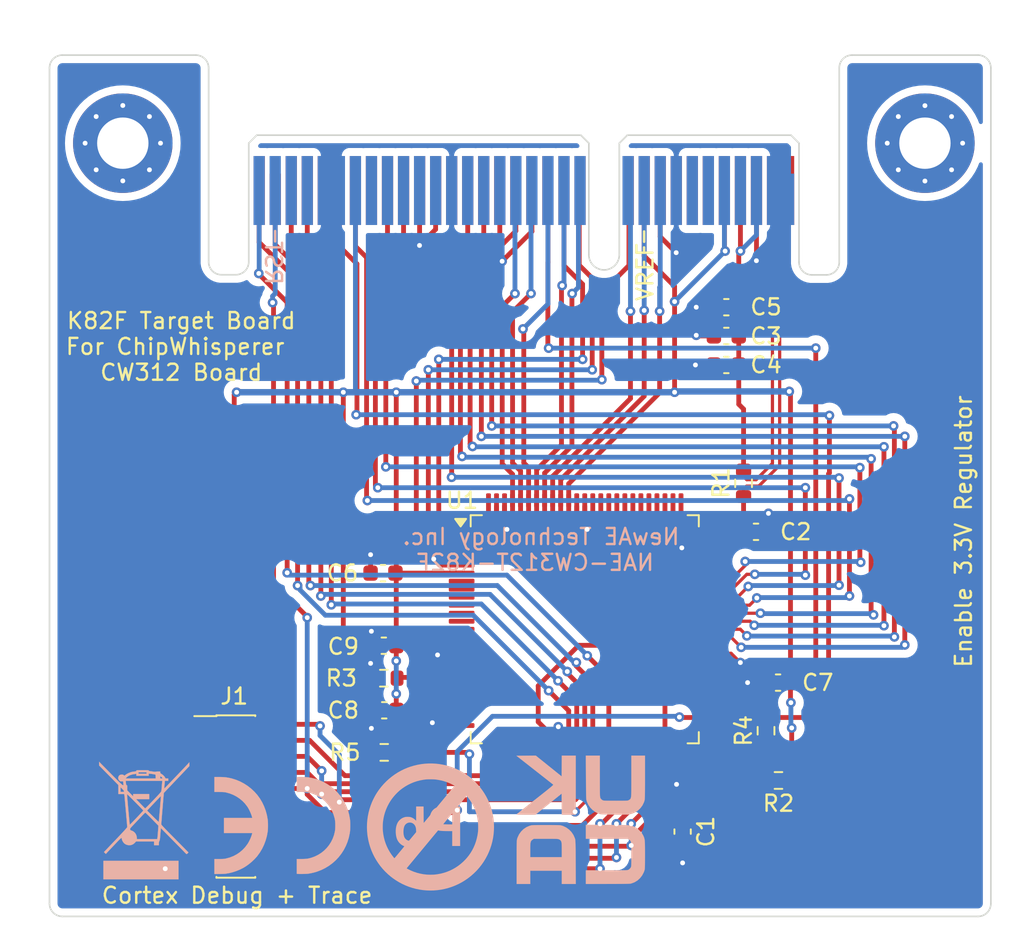
<source format=kicad_pcb>
(kicad_pcb (version 20240108) (generator "pcbnew") (generator_version "8.0")
  (layers (0 "F.Cu" signal) (31 "B.Cu" signal) (34 "B.Paste" user) (35 "F.Paste" user) (36 "B.SilkS" user "B.Silkscreen") (37 "F.SilkS" user "F.Silkscreen") (38 "B.Mask" user) (39 "F.Mask" user) (44 "Edge.Cuts" user))
  (net 0 "")
  (net 1 "GND")
  (net 2 "/K82/TRACED1")
  (net 3 "/K82/TRACECLK")
  (net 4 "/K82/TRACED0")
  (net 5 "VCC")
  (net 6 "/K82/TRACED2")
  (net 7 "/K82/TRACED3")
  (net 8 "/CW312T_Connector/FILT_HP")
  (net 12 "/CW312T_Connector/HDR7")
  (net 13 "/CW312T_Connector/GPIO3")
  (net 14 "/CW312T_Connector/JTAG_TRST")
  (net 15 "JTAG_TDO")
  (net 17 "/CW312T_Connector/HDR8")
  (net 18 "/CW312T_Connector/SHUNTL")
  (net 20 "/CW312T_Connector/HDR5")
  (net 21 "/CW312T_Connector/CS")
  (net 22 "/CW312T_Connector/HDR1")
  (net 24 "/CW312T_Connector/GPIO2_RX")
  (net 26 "/CW312T_Connector/CLKIN")
  (net 27 "/CW312T_Connector/HDR2")
  (net 29 "/CW312T_Connector/GPIO4")
  (net 32 "/CW312T_Connector/HDR4")
  (net 34 "/CW312T_Connector/GPIO1_TX")
  (net 36 "/CW312T_Connector/LED2")
  (net 37 "/CW312T_Connector/LED3")
  (net 38 "/CW312T_Connector/MISO")
  (net 39 "/CW312T_Connector/MOSI")
  (net 40 "/CW312T_Connector/LED1")
  (net 42 "/CW312T_Connector/HDR6")
  (net 44 "/CW312T_Connector/SCK")
  (net 46 "/CW312T_Connector/HDR3")
  (net 56 "JTAG_TMS")
  (net 66 "JTAG_TCK")
  (net 83 "nRST")
  (net 91 "JTAG_TDI")
  (net 99 "Net-(U1-PTA18{slash}EXTAL0)")
  (net 100 "Net-(U1-VOUT33)")
  (net 101 "Net-(U1-PTA4{slash}LLWU_P3)")
  (footprint "Package_QFP:LQFP-100_14x14mm_P0.5mm" (layer "F.Cu") (at 157.9 95.824999)
    (property "Reference" "U1")
    (property "Value" "MK82FN256VLL15")
  )
  (footprint "Silkscrren_Symbols:CE-Logo_8.5x6mm_SilkScreen" (layer "F.Cu") (at 139.05 108.05)
    (property "Reference" "PCB1" (hide yes))
    (property "Value" "CE Symbol" (hide yes))
  )
  (footprint "Resistor_SMD:R_0603_1608Metric" (layer "F.Cu") (at 145.375001 98.875002 180)
    (property "Reference" "R3")
    (property "Value" "RES_10k_0603")
  )
  (footprint "Connector_PinHeader_1.00mm:PinHeader_2x10_P1.00mm_Vertical_SMD" (layer "F.Cu") (at 136.15 106.25)
    (property "Reference" "J1")
    (property "Value" "20_pin")
  )
  (footprint "Resistor_SMD:R_0603_1608Metric" (layer "F.Cu") (at 169.975 105.25 180)
    (property "Reference" "R2")
    (property "Value" "RES_10R_0603")
  )
  (footprint "Capacitor_SMD:C_0603_1608Metric" (layer "F.Cu") (at 166.725 75.75)
    (property "Reference" "C5")
    (property "Value" "CAP_2u2_6.3V_0603")
  )
  (footprint "Resistor_SMD:R_0603_1608Metric" (layer "F.Cu") (at 145.4 103.5)
    (property "Reference" "R5")
    (property "Value" "RES_10k_0603")
  )
  (footprint "Resistor_SMD:R_0603_1608Metric" (layer "F.Cu") (at 167.8 86.725 90)
    (property "Reference" "R1")
    (property "Value" "RES_10R_0603")
  )
  (footprint "Silkscrren_Symbols:UKCA-Logo_8x8mm_SilkScreen" (layer "F.Cu") (at 157.019899 107.700334)
    (property "Reference" "PCB3" (hide yes))
    (property "Value" "UKCA symbol" (hide yes))
  )
  (footprint "Silkscrren_Symbols:Pb_Free_8.0x8.0mm_SilkScreen" (layer "F.Cu") (at 147.55 108.15)
    (property "Reference" "PCB2" (hide yes))
    (property "Value" "Pb_Free Symbol" (hide yes))
  )
  (footprint "tutorial_2_library:CW312_Template" (layer "F.Cu") (at 129.105 65.525)
    (property "Reference" "P1" (hide yes))
    (property "Value" "PCIEx4 EDGE CONNECTOR")
    (fp_line (start -4.57 -4.69) (end -4.57 47.4) (stroke (width 0.1)) (layer "Edge.Cuts"))
    (fp_line (start 4.55 -5.49) (end -3.77 -5.49) (stroke (width 0.1)) (layer "Edge.Cuts"))
    (fp_line (start 5.35 7.4) (end 5.35 -4.69) (stroke (width 0.1)) (layer "Edge.Cuts"))
    (fp_line (start 7.05 8.2) (end 6.15 8.2) (stroke (width 0.1)) (layer "Edge.Cuts"))
    (fp_line (start 7.85 0) (end 8.35 -0.5) (stroke (width 0.1)) (layer "Edge.Cuts"))
    (fp_line (start 7.85 7.4) (end 7.85 0) (stroke (width 0.1)) (layer "Edge.Cuts"))
    (fp_line (start 28.55 -0.5) (end 8.35 -0.5) (stroke (width 0.1)) (layer "Edge.Cuts"))
    (fp_line (start 29.05 0) (end 28.55 -0.5) (stroke (width 0.1)) (layer "Edge.Cuts"))
    (fp_line (start 29.05 6.95) (end 29.05 0) (stroke (width 0.1)) (layer "Edge.Cuts"))
    (fp_line (start 30.95 0) (end 31.45 -0.5) (stroke (width 0.1)) (layer "Edge.Cuts"))
    (fp_line (start 30.95 6.95) (end 30.95 0) (stroke (width 0.1)) (layer "Edge.Cuts"))
    (fp_line (start 41.65 -0.5) (end 31.45 -0.5) (stroke (width 0.1)) (layer "Edge.Cuts"))
    (fp_line (start 42.15 0) (end 41.65 -0.5) (stroke (width 0.1)) (layer "Edge.Cuts"))
    (fp_line (start 42.15 7.41) (end 42.15 0) (stroke (width 0.1)) (layer "Edge.Cuts"))
    (fp_line (start 42.95 8.21) (end 43.86 8.21) (stroke (width 0.1)) (layer "Edge.Cuts"))
    (fp_line (start 44.66 7.41) (end 44.66 -4.69) (stroke (width 0.1)) (layer "Edge.Cuts"))
    (fp_line (start 45.46 -5.49) (end 53.31 -5.49) (stroke (width 0.1)) (layer "Edge.Cuts"))
    (fp_line (start 53.31 48.2) (end -3.77 48.2) (stroke (width 0.1)) (layer "Edge.Cuts"))
    (fp_line (start 54.11 -4.69) (end 54.11 47.4) (stroke (width 0.1)) (layer "Edge.Cuts"))
    (fp_arc (start -4.57 -4.69) (mid -4.335685 -5.255685) (end -3.77 -5.49) (stroke (width 0.1)) (layer "Edge.Cuts"))
    (fp_arc (start -3.77 48.2) (mid -4.335685 47.965685) (end -4.57 47.4) (stroke (width 0.1)) (layer "Edge.Cuts"))
    (fp_arc (start 4.55 -5.49) (mid 5.115685 -5.255685) (end 5.35 -4.69) (stroke (width 0.1)) (layer "Edge.Cuts"))
    (fp_arc (start 6.15 8.2) (mid 5.584315 7.965685) (end 5.35 7.4) (stroke (width 0.1)) (layer "Edge.Cuts"))
    (fp_arc (start 7.85 7.4) (mid 7.615685 7.965685) (end 7.05 8.2) (stroke (width 0.1)) (layer "Edge.Cuts"))
    (fp_arc (start 30.95 6.95) (mid 30 7.9) (end 29.05 6.95) (stroke (width 0.1)) (layer "Edge.Cuts"))
    (fp_arc (start 42.95 8.21) (mid 42.384315 7.975685) (end 42.15 7.41) (stroke (width 0.1)) (layer "Edge.Cuts"))
    (fp_arc (start 44.66 -4.69) (mid 44.894315 -5.255685) (end 45.46 -5.49) (stroke (width 0.1)) (layer "Edge.Cuts"))
    (fp_arc (start 44.66 7.41) (mid 44.425685 7.975685) (end 43.86 8.21) (stroke (width 0.1)) (layer "Edge.Cuts"))
    (fp_arc (start 53.31 -5.49) (mid 53.875685 -5.255685) (end 54.11 -4.69) (stroke (width 0.1)) (layer "Edge.Cuts"))
    (fp_arc (start 54.11 47.4) (mid 53.875685 47.965685) (end 53.31 48.2) (stroke (width 0.1)) (layer "Edge.Cuts"))
  )
  (footprint "Capacitor_SMD:C_0603_1608Metric" (layer "F.Cu") (at 164 108.4375 -90)
    (property "Reference" "C1")
    (property "Value" "DNM_CAP_0603")
  )
  (footprint "Capacitor_SMD:C_0603_1608Metric" (layer "F.Cu") (at 166.724999 77.540001)
    (property "Reference" "C3")
    (property "Value" "CAP_100n_6.3V_0603")
  )
  (footprint "Capacitor_SMD:C_0603_1608Metric" (layer "F.Cu") (at 168.575 89.75)
    (property "Reference" "C2")
    (property "Value" "DNM_CAP_0603")
  )
  (footprint "Capacitor_SMD:C_0603_1608Metric" (layer "F.Cu") (at 145.325 92.325001)
    (property "Reference" "C6")
    (property "Value" "CAP_100n_6.3V_0603")
  )
  (footprint "Capacitor_SMD:C_0603_1608Metric" (layer "F.Cu") (at 169.95 99.15)
    (property "Reference" "C7")
    (property "Value" "CAP_100n_6.3V_0603")
  )
  (footprint "Capacitor_SMD:C_0603_1608Metric" (layer "F.Cu") (at 166.725 79.35)
    (property "Reference" "C4")
    (property "Value" "CAP_100n_6.3V_0603")
  )
  (footprint "Capacitor_SMD:C_0603_1608Metric" (layer "F.Cu") (at 145.400002 100.875002)
    (property "Reference" "C8")
    (property "Value" "CAP_100n_6.3V_0603")
  )
  (footprint "Silkscrren_Symbols:WEEE-Logo_5.6x8mm_SilkScreen" (layer "F.Cu") (at 129.359054 107.402245)
    (property "Reference" "PCB4" (hide yes))
    (property "Value" "WEEE SYMBOL" (hide yes))
  )
  (footprint "Resistor_SMD:R_0603_1608Metric" (layer "F.Cu") (at 169.2 102.15 -90)
    (property "Reference" "R4")
    (property "Value" "RES_10k_0603")
  )
  (footprint "Capacitor_SMD:C_0603_1608Metric" (layer "F.Cu") (at 145.375001 96.85)
    (property "Reference" "C9")
    (property "Value" "CAP_100n_6.3V_0603")
  )
  (gr_line (start 138.6 71) (end 138.6 71.65) (stroke (width 0.15)) (layer "B.SilkS"))
  (gr_line (start 161.6 71.025) (end 161.6 71.675) (stroke (width 0.15)) (layer "F.SilkS"))
  (gr_text "NewAE Technology Inc. \nNAE-CW312T-K82F" (at 154.8 92.25 0) (layer "B.SilkS") (effects (font (size 1 1)) (justify bottom mirror)))
  (gr_text "RST" (at 137.9 74.45 270) (layer "B.SilkS") (effects (font (size 1 1)) (justify left bottom mirror)))
  (gr_text "K82F Target Board\nFor ChipWhisperer \nCW312 Board" (at 132.75 80.4 0) (layer "F.SilkS") (effects (font (size 1 1)) (justify bottom)))
  (gr_text "Cortex Debug + Trace" (at 127.7 113 0) (layer "F.SilkS") (effects (font (size 1 1)) (justify left bottom)))
  (gr_text "Enable 3.3V Regulator" (at 182.1 98.3 90) (layer "F.SilkS") (effects (font (size 1 1)) (justify left bottom)))
  (gr_text "VREF" (at 162.25 75.45 90) (layer "F.SilkS") (effects (font (size 1 1)) (justify left bottom)))
  (segment (start 131.75 107.75) (end 131.75 108.75) (width 0.3) (layer "F.Cu") (net 1))
  (segment (start 131.75 103.2) (end 131.75 103.75) (width 0.3) (layer "F.Cu") (net 1))
  (segment (start 134.5 109.75) (end 131.75 109.75) (width 0.3) (layer "F.Cu") (net 1))
  (segment (start 167.024999 97.324999) (end 167.6 97.9) (width 0.2) (layer "F.Cu") (net 1))
  (segment (start 150.225 101.824999) (end 148.574999 101.824999) (width 0.3) (layer "F.Cu") (net 1))
  (segment (start 153.05 89.6) (end 152.900001 89.450001) (width 0.3) (layer "F.Cu") (net 1))
  (segment (start 131.75 109.75) (end 131.75 110.75) (width 0.3) (layer "F.Cu") (net 1))
  (segment (start 152.900001 89.450001) (end 152.900001 88.149999) (width 0.3) (layer "F.Cu") (net 1))
  (segment (start 147.605 71.895) (end 147.6 71.9) (width 0.2) (layer "F.Cu") (net 1))
  (segment (start 132.2 102.75) (end 131.75 103.2) (width 0.3) (layer "F.Cu") (net 1))
  (segment (start 165.95 75.75) (end 164.85 75.75) (width 0.3) (layer "F.Cu") (net 1))
  (segment (start 148.725001 97.424999) (end 148.825001 97.324999) (width 0.3) (layer "F.Cu") (net 1))
  (segment (start 131.75 104.75) (end 131.75 105.75) (width 0.3) (layer "F.Cu") (net 1))
  (segment (start 144.550001 98.875002) (end 144.550001 97.950001) (width 0.3) (layer "F.Cu") (net 1))
  (segment (start 150.225 91.824998) (end 148.865985 91.824998) (width 0.3) (layer "F.Cu") (net 1))
  (segment (start 164.890001 77.540001) (end 164.85 77.5) (width 0.2) (layer "F.Cu") (net 1))
  (segment (start 134.5 106.75) (end 131.75 106.75) (width 0.3) (layer "F.Cu") (net 1))
  (segment (start 148.605 68.475) (end 148.605 70.895) (width 0.3) (layer "F.Cu") (net 1))
  (segment (start 144.550001 97.950001) (end 144.55 97.95) (width 0.2) (layer "F.Cu") (net 1))
  (segment (start 144.625002 100.875002) (end 144.625002 101.974998) (width 0.3) (layer "F.Cu") (net 1))
  (segment (start 164.375001 90.324999) (end 165.575 90.324999) (width 0.3) (layer "F.Cu") (net 1))
  (segment (start 134.5 102.75) (end 132.2 102.75) (width 0.3) (layer "F.Cu") (net 1))
  (segment (start 131.75 108.75) (end 131.75 109.75) (width 0.3) (layer "F.Cu") (net 1))
  (segment (start 148.605 70.895) (end 147.6 71.9) (width 0.3) (layer "F.Cu") (net 1))
  (segment (start 131.75 105.75) (end 131.75 107.75) (width 0.3) (layer "F.Cu") (net 1))
  (segment (start 144.625002 101.974998) (end 144.6 102) (width 0.2) (layer "F.Cu") (net 1))
  (segment (start 164 109.2125) (end 164 110.3875) (width 0.3) (layer "F.Cu") (net 1))
  (segment (start 144.55 92.325001) (end 144.55 91.175001) (width 0.3) (layer "F.Cu") (net 1))
  (segment (start 152.75 72.88462) (end 154.605 71.02962) (width 0.3) (layer "F.Cu") (net 1))
  (segment (start 150.225 101.324999) (end 148.725001 101.324999) (width 0.3) (layer "F.Cu") (net 1))
  (segment (start 134.5 108.75) (end 131.75 108.75) (width 0.3) (layer "F.Cu") (net 1))
  (segment (start 157.9 89.45) (end 157.9 88.149998) (width 0.3) (layer "F.Cu") (net 1))
  (segment (start 148.865985 91.824998) (end 148.485842 91.444855) (width 0.3) (layer "F.Cu") (net 1))
  (segment (start 163.4 103.499999) (end 163.4 105.26924) (width 0.3) (layer "F.Cu") (net 1))
  (segment (start 162.605 68.475) (end 162.605 71.355) (width 0.3) (layer "F.Cu") (net 1))
  (segment (start 169.175 99.15) (end 168.05 99.15) (width 0.3) (layer "F.Cu") (net 1))
  (segment (start 169.35 89.75) (end 169.35 88.6) (width 0.3) (layer "F.Cu") (net 1))
  (segment (start 134.5 107.75) (end 131.75 107.75) (width 0.3) (layer "F.Cu") (net 1))
  (segment (start 163.4 105.26924) (end 163.622271 105.491511) (width 0.3) (layer "F.Cu") (net 1))
  (segment (start 162.605 71.355) (end 163.6 72.35) (width 0.3) (layer "F.Cu") (net 1))
  (segment (start 165.95 79.35) (end 164.8 79.35) (width 0.3) (layer "F.Cu") (net 1))
  (segment (start 154.605 71.02962) (end 154.605 68.475) (width 0.3) (layer "F.Cu") (net 1))
  (segment (start 148.825001 97.324999) (end 150.225 97.324999) (width 0.3) (layer "F.Cu") (net 1))
  (segment (start 134.5 104.75) (end 131.75 104.75) (width 0.3) (layer "F.Cu") (net 1))
  (segment (start 131.75 103.75) (end 131.75 104.75) (width 0.3) (layer "F.Cu") (net 1))
  (segment (start 165.949999 77.540001) (end 164.890001 77.540001) (width 0.3) (layer "F.Cu") (net 1))
  (segment (start 134.5 105.75) (end 131.75 105.75) (width 0.3) (layer "F.Cu") (net 1))
  (segment (start 165.575 97.324999) (end 167.024999 97.324999) (width 0.2) (layer "F.Cu") (net 1))
  (segment (start 147.605 68.475) (end 147.605 71.895) (width 0.3) (layer "F.Cu") (net 1))
  (segment (start 158.05 89.6) (end 157.9 89.45) (width 0.3) (layer "F.Cu") (net 1))
  (segment (start 168.605 68.475) (end 168.605 72.845) (width 0.3) (layer "F.Cu") (net 1))
  (segment (start 134.5 103.75) (end 131.75 103.75) (width 0.3) (layer "F.Cu") (net 1))
  (segment (start 144.600001 96.85) (end 144.600001 95.95) (width 0.3) (layer "F.Cu") (net 1))
  (segment (start 163.95 90.75) (end 164.375001 90.324999) (width 0.3) (layer "F.Cu") (net 1))
  (segment (start 148.725001 101.324999) (end 148.4 101.65) (width 0.3) (layer "F.Cu") (net 1))
  (segment (start 134.5 110.75) (end 131.75 110.75) (width 0.3) (layer "F.Cu") (net 1))
  (segment (start 148.574999 101.824999) (end 148.4 101.65) (width 0.2) (layer "F.Cu") (net 1))
  (segment (start 156.25 101.9) (end 156.25 101.930761) (width 0.2) (layer "F.Cu") (net 1))
  (segment (start 168.605 72.845) (end 168.6 72.85) (width 0.2) (layer "F.Cu") (net 1))
  (segment (start 156.4 102.080761) (end 156.4 103.499999) (width 0.3) (layer "F.Cu") (net 1))
  (via (at 168.05 99.15) (size 0.6) (drill 0.3) (layers "F.Cu" "B.Cu") (net 1))
  (via (at 148.4 101.65) (size 0.6) (drill 0.3) (layers "F.Cu" "B.Cu") (net 1))
  (via (at 144.600001 95.95) (size 0.6) (drill 0.3) (layers "F.Cu" "B.Cu") (net 1))
  (via (at 153.05 89.6) (size 0.6) (drill 0.3) (layers "F.Cu" "B.Cu") (net 1))
  (via (at 163.622271 105.491511) (size 0.6) (drill 0.3) (layers "F.Cu" "B.Cu") (net 1))
  (via (at 164.85 75.75) (size 0.6) (drill 0.3) (layers "F.Cu" "B.Cu") (net 1))
  (via (at 148.485842 91.444855) (size 0.6) (drill 0.3) (layers "F.Cu" "B.Cu") (net 1))
  (via (at 131.75 110.75) (size 0.6) (drill 0.3) (layers "F.Cu" "B.Cu") (net 1))
  (via (at 169.35 88.6) (size 0.6) (drill 0.3) (layers "F.Cu" "B.Cu") (net 1))
  (via (at 168.6 72.85) (size 0.6) (drill 0.3) (layers "F.Cu" "B.Cu") (net 1))
  (via (at 167.6 97.9) (size 0.6) (drill 0.3) (layers "F.Cu" "B.Cu") (net 1))
  (via (at 163.6 72.35) (size 0.6) (drill 0.3) (layers "F.Cu" "B.Cu") (net 1))
  (via (at 144.6 102) (size 0.6) (drill 0.3) (layers "F.Cu" "B.Cu") (net 1))
  (via (at 144.55 97.95) (size 0.6) (drill 0.3) (layers "F.Cu" "B.Cu") (net 1))
  (via (at 164.8 79.35) (size 0.6) (drill 0.3) (layers "F.Cu" "B.Cu") (net 1))
  (via (at 147.6 71.9) (size 0.6) (drill 0.3) (layers "F.Cu" "B.Cu") (net 1))
  (via (at 156.25 101.9) (size 0.6) (drill 0.3) (layers "F.Cu" "B.Cu") (net 1))
  (via (at 144.55 91.175001) (size 0.6) (drill 0.3) (layers "F.Cu" "B.Cu") (net 1))
  (via (at 148.725001 97.424999) (size 0.6) (drill 0.3) (layers "F.Cu" "B.Cu") (net 1))
  (via (at 152.75 72.88462) (size 0.6) (drill 0.3) (layers "F.Cu" "B.Cu") (net 1))
  (via (at 158.05 89.6) (size 0.6) (drill 0.3) (layers "F.Cu" "B.Cu") (net 1))
  (via (at 164.85 77.5) (size 0.6) (drill 0.3) (layers "F.Cu" "B.Cu") (net 1))
  (via (at 164 110.3875) (size 0.6) (drill 0.3) (layers "F.Cu" "B.Cu") (net 1))
  (via (at 163.95 90.75) (size 0.6) (drill 0.3) (layers "F.Cu" "B.Cu") (net 1))
  (segment (start 160.795585 109.3) (end 160.745585 109.35) (width 0.3) (layer "F.Cu") (net 2))
  (segment (start 139.9 108.75) (end 137.8 108.75) (width 0.3) (layer "F.Cu") (net 2))
  (segment (start 161.4 107.345586) (end 161.4 104.85) (width 0.3) (layer "F.Cu") (net 2))
  (segment (start 161.4 104.85) (end 161.4 103.499999) (width 0.2) (layer "F.Cu") (net 2))
  (segment (start 160.795585 107.950001) (end 161.4 107.345586) (width 0.3) (layer "F.Cu") (net 2))
  (segment (start 160.745585 109.35) (end 140.5 109.35) (width 0.3) (layer "F.Cu") (net 2))
  (segment (start 140.5 109.35) (end 139.9 108.75) (width 0.3) (layer "F.Cu") (net 2))
  (segment (start 137.8 108.75) (end 137.6 108.75) (width 0.3) (layer "F.Cu") (net 2))
  (via (at 160.795585 107.950001) (size 0.6) (drill 0.3) (layers "F.Cu" "B.Cu") (net 2))
  (via (at 160.795585 109.3) (size 0.6) (drill 0.3) (layers "F.Cu" "B.Cu") (net 2))
  (segment (start 160.795585 109.3) (end 160.795585 107.950001) (width 0.3) (layer "B.Cu") (net 2))
  (segment (start 159.9 104.85) (end 159.9 105.9) (width 0.3) (layer "F.Cu") (net 3))
  (segment (start 159.9 105.9) (end 157.75 108.05) (width 0.3) (layer "F.Cu") (net 3))
  (segment (start 140.1 106.75) (end 137.8 106.75) (width 0.3) (layer "F.Cu") (net 3))
  (segment (start 159.9 104.85) (end 159.9 103.499999) (width 0.2) (layer "F.Cu") (net 3))
  (segment (start 141.4 108.05) (end 140.1 106.75) (width 0.3) (layer "F.Cu") (net 3))
  (segment (start 157.75 108.05) (end 141.4 108.05) (width 0.3) (layer "F.Cu") (net 3))
  (segment (start 139.95 107.75) (end 137.8 107.75) (width 0.3) (layer "F.Cu") (net 4))
  (segment (start 161.900001 104.85) (end 161.900001 107.764824) (width 0.3) (layer "F.Cu") (net 4))
  (segment (start 161.064824 108.600001) (end 140.800001 108.600001) (width 0.3) (layer "F.Cu") (net 4))
  (segment (start 161.900001 104.85) (end 161.900001 103.499999) (width 0.2) (layer "F.Cu") (net 4))
  (segment (start 161.900001 107.764824) (end 161.064824 108.600001) (width 0.3) (layer "F.Cu") (net 4))
  (segment (start 140.800001 108.600001) (end 139.95 107.75) (width 0.3) (layer "F.Cu") (net 4))
  (segment (start 146.175006 100.874998) (end 146.175002 100.875002) (width 0.2) (layer "F.Cu") (net 5))
  (segment (start 136.05 81.2) (end 136.05 101.55) (width 0.3) (layer "F.Cu") (net 5))
  (segment (start 163.5 75.4) (end 163.5 81.05) (width 0.3) (layer "F.Cu") (net 5))
  (segment (start 146.150001 96.85) (end 146.150001 97.799999) (width 0.3) (layer "F.Cu") (net 5))
  (segment (start 146.15 90.55) (end 146.15 96.849999) (width 0.3) (layer "F.Cu") (net 5))
  (segment (start 142.85 81.05) (end 142.85 102.6) (width 0.3) (layer "F.Cu") (net 5))
  (segment (start 163.5 74.45) (end 161.605 72.555) (width 0.3) (layer "F.Cu") (net 5))
  (segment (start 166.605 68.475) (end 166.605 72.205) (width 0.3) (layer "F.Cu") (net 5))
  (segment (start 146.15 99.850002) (end 146.15 100.85) (width 0.3) (layer "F.Cu") (net 5))
  (segment (start 143.75 103.5) (end 144.575 103.5) (width 0.3) (layer "F.Cu") (net 5))
  (segment (start 146.225006 100.824998) (end 146.175002 100.875002) (width 0.2) (layer "F.Cu") (net 5))
  (segment (start 146.25 100.95) (end 146.175002 100.875002) (width 0.2) (layer "F.Cu") (net 5))
  (segment (start 170.725 99.375) (end 170.65 99.45) (width 0.3) (layer "F.Cu") (net 5))
  (segment (start 170.65 81) (end 170.725 81.075) (width 0.3) (layer "F.Cu") (net 5))
  (segment (start 146.175002 96.824999) (end 146.150001 96.85) (width 0.2) (layer "F.Cu") (net 5))
  (segment (start 150.225 92.324999) (end 146.125001 92.324999) (width 0.3) (layer "F.Cu") (net 5))
  (segment (start 136.05 101.55) (end 135.85 101.75) (width 0.3) (layer "F.Cu") (net 5))
  (segment (start 166.605 72.205) (end 166.65 72.25) (width 0.2) (layer "F.Cu") (net 5))
  (segment (start 146.15 100.85) (end 146.175002 100.875002) (width 0.2) (layer "F.Cu") (net 5))
  (segment (start 146.15 81.05) (end 146.15 90.55) (width 0.3) (layer "F.Cu") (net 5))
  (segment (start 170.725 81.075) (end 170.725 99.375) (width 0.3) (layer "F.Cu") (net 5))
  (segment (start 146.150001 97.799999) (end 146.15 97.8) (width 0.2) (layer "F.Cu") (net 5))
  (segment (start 161.605 72.555) (end 161.605 68.475) (width 0.3) (layer "F.Cu") (net 5))
  (segment (start 150.225 100.324999) (end 148.799999 100.324999) (width 0.3) (layer "F.Cu") (net 5))
  (segment (start 148.799999 100.324999) (end 148.3 100.824998) (width 0.3) (layer "F.Cu") (net 5))
  (segment (start 136.2 81.05) (end 136.05 81.2) (width 0.3) (layer "F.Cu") (net 5))
  (segment (start 170.65 81) (end 170.65 80.8) (width 0.2) (layer "F.Cu") (net 5))
  (segment (start 146.175005 100.874999) (end 146.175002 100.875002) (width 0.2) (layer "F.Cu") (net 5))
  (segment (start 170.725 100.375) (end 170.75 100.4) (width 0.2) (layer "F.Cu") (net 5))
  (segment (start 146.125001 92.3) (end 146.1 92.325001) (width 0.3) (layer "F.Cu") (net 5))
  (segment (start 170.775 102.975) (end 169.2 102.975) (width 0.3) (layer "F.Cu") (net 5))
  (segment (start 146.200001 100.900001) (end 146.175002 100.875002) (width 0.2) (layer "F.Cu") (net 5))
  (segment (start 146.15 96.849999) (end 146.150001 96.85) (width 0.2) (layer "F.Cu") (net 5))
  (segment (start 150.225 100.824998) (end 146.225006 100.824998) (width 0.3) (layer "F.Cu") (net 5))
  (segment (start 150.225 96.824999) (end 146.175002 96.824999) (width 0.3) (layer "F.Cu") (net 5))
  (segment (start 135.85 101.75) (end 134.5 101.75) (width 0.3) (layer "F.Cu") (net 5))
  (segment (start 142.85 102.6) (end 143.75 103.5) (width 0.3) (layer "F.Cu") (net 5))
  (segment (start 170.8 102.95) (end 170.775 102.975) (width 0.2) (layer "F.Cu") (net 5))
  (segment (start 170.8 101.975) (end 170.8 102.95) (width 0.3) (layer "F.Cu") (net 5))
  (segment (start 163.5 75.4) (end 163.5 74.45) (width 0.3) (layer "F.Cu") (net 5))
  (segment (start 170.725 99.15) (end 170.725 100.375) (width 0.3) (layer "F.Cu") (net 5))
  (via (at 166.65 72.25) (size 0.6) (drill 0.3) (layers "F.Cu" "B.Cu") (net 5))
  (via (at 146.15 99.850002) (size 0.6) (drill 0.3) (layers "F.Cu" "B.Cu") (net 5))
  (via (at 163.5 75.4) (size 0.6) (drill 0.3) (layers "F.Cu" "B.Cu") (net 5))
  (via (at 170.65 81) (size 0.6) (drill 0.3) (layers "F.Cu" "B.Cu") (net 5))
  (via (at 146.15 81.05) (size 0.6) (drill 0.3) (layers "F.Cu" "B.Cu") (net 5))
  (via (at 142.85 81.05) (size 0.6) (drill 0.3) (layers "F.Cu" "B.Cu") (net 5))
  (via (at 146.15 97.8) (size 0.6) (drill 0.3) (layers "F.Cu" "B.Cu") (net 5))
  (via (at 136.2 81.05) (size 0.6) (drill 0.3) (layers "F.Cu" "B.Cu") (net 5))
  (via (at 163.5 81.05) (size 0.6) (drill 0.3) (layers "F.Cu" "B.Cu") (net 5))
  (via (at 170.75 100.4) (size 0.6) (drill 0.3) (layers "F.Cu" "B.Cu") (net 5))
  (via (at 170.8 101.975) (size 0.6) (drill 0.3) (layers "F.Cu" "B.Cu") (net 5))
  (segment (start 142.85 81.05) (end 146.15 81.05) (width 0.4) (layer "B.Cu") (net 5))
  (segment (start 163.5 81) (end 170.65 81) (width 0.4) (layer "B.Cu") (net 5))
  (segment (start 166.65 72.25) (end 163.5 75.4) (width 0.3) (layer "B.Cu") (net 5))
  (segment (start 166.605 68.475) (end 166.605 72.205) (width 0.3) (layer "B.Cu") (net 5))
  (segment (start 146.15 81.05) (end 163.5 81.05) (width 0.4) (layer "B.Cu") (net 5))
  (segment (start 166.605 72.205) (end 166.65 72.25) (width 0.2) (layer "B.Cu") (net 5))
  (segment (start 146.15 97.8) (end 146.15 99.850002) (width 0.3) (layer "B.Cu") (net 5))
  (segment (start 142.85 81.05) (end 136.2 81.05) (width 0.4) (layer "B.Cu") (net 5))
  (segment (start 143.605 81) (end 143.605 68.475) (width 0.3) (layer "B.Cu") (net 5))
  (segment (start 170.75 100.4) (end 170.75 101.925) (width 0.3) (layer "B.Cu") (net 5))
  (segment (start 170.75 101.925) (end 170.8 101.975) (width 0.2) (layer "B.Cu") (net 5))
  (segment (start 159.826346 110.1) (end 140.25 110.1) (width 0.3) (layer "F.Cu") (net 6))
  (segment (start 137.8 109.75) (end 137.85 109.8) (width 0.3) (layer "F.Cu") (net 6))
  (segment (start 139.9 109.75) (end 137.8 109.75) (width 0.3) (layer "F.Cu") (net 6))
  (segment (start 159.876346 107.950001) (end 160.9 106.926347) (width 0.3) (layer "F.Cu") (net 6))
  (segment (start 160.9 106.926347) (end 160.9 104.85) (width 0.3) (layer "F.Cu") (net 6))
  (segment (start 140.25 110.1) (end 139.9 109.75) (width 0.3) (layer "F.Cu") (net 6))
  (segment (start 159.876346 110.05) (end 159.826346 110.1) (width 0.3) (layer "F.Cu") (net 6))
  (segment (start 160.9 104.85) (end 160.9 103.499999) (width 0.2) (layer "F.Cu") (net 6))
  (via (at 159.876346 110.05) (size 0.6) (drill 0.3) (layers "F.Cu" "B.Cu") (net 6))
  (via (at 159.876346 107.950001) (size 0.6) (drill 0.3) (layers "F.Cu" "B.Cu") (net 6))
  (segment (start 159.876346 110.05) (end 159.876346 107.950001) (width 0.3) (layer "B.Cu") (net 6))
  (segment (start 158.85 110.75) (end 137.8 110.75) (width 0.3) (layer "F.Cu") (net 7))
  (segment (start 158.957108 107.95) (end 160.4 106.507108) (width 0.3) (layer "F.Cu") (net 7))
  (segment (start 160.399999 104.85) (end 160.399999 103.499999) (width 0.2) (layer "F.Cu") (net 7))
  (segment (start 160.4 106.507108) (end 160.399999 106.507107) (width 0.2) (layer "F.Cu") (net 7))
  (segment (start 160.399999 104.85) (end 160.399999 106.507107) (width 0.3) (layer "F.Cu") (net 7))
  (segment (start 158.85 107.95) (end 158.957108 107.95) (width 0.3) (layer "F.Cu") (net 7))
  (via (at 158.85 107.95) (size 0.6) (drill 0.3) (layers "F.Cu" "B.Cu") (net 7))
  (via (at 158.85 110.75) (size 0.6) (drill 0.3) (layers "F.Cu" "B.Cu") (net 7))
  (segment (start 158.85 110.75) (end 158.85 107.95) (width 0.3) (layer "B.Cu") (net 7))
  (segment (start 167.605 72.25) (end 167.5 72.355) (width 0.3) (layer "F.Cu") (net 8))
  (segment (start 167.605 68.475) (end 167.605 72.25) (width 0.3) (layer "F.Cu") (net 8))
  (segment (start 167.55 79.45) (end 167.5 79.5) (width 0.3) (layer "F.Cu") (net 8))
  (segment (start 167.499999 77.540001) (end 167.5 77.540002) (width 0.3) (layer "F.Cu") (net 8))
  (segment (start 167.734314 86.234314) (end 168 86.5) (width 0.2) (layer "F.Cu") (net 8))
  (segment (start 167.525 75.725) (end 167.5 75.75) (width 0.3) (layer "F.Cu") (net 8))
  (segment (start 167.5 77.540002) (end 167.575 77.615002) (width 0.3) (layer "F.Cu") (net 8))
  (segment (start 167.5 79.349998) (end 167.499999 79.349999) (width 0.3) (layer "F.Cu") (net 8))
  (segment (start 167.575 75.8) (end 167.5 75.875) (width 0.3) (layer "F.Cu") (net 8))
  (segment (start 167.5 79.35) (end 167.5 81.8) (width 0.3) (layer "F.Cu") (net 8))
  (segment (start 167.5 75.875) (end 167.5 77.540002) (width 0.3) (layer "F.Cu") (net 8))
  (segment (start 167.5 75.675) (end 167.6 75.775) (width 0.3) (layer "F.Cu") (net 8))
  (segment (start 167.784314 85.85) (end 167.734314 85.9) (width 0.2) (layer "F.Cu") (net 8))
  (segment (start 167.5 81.8) (end 167.8 82.1) (width 0.3) (layer "F.Cu") (net 8))
  (segment (start 167.734314 85.95) (end 167.734314 86.234314) (width 0.2) (layer "F.Cu") (net 8))
  (segment (start 169.6 68.48) (end 169.605 68.475) (width 0.2) (layer "F.Cu") (net 8))
  (segment (start 168 86.5) (end 168.584314 86.5) (width 0.2) (layer "F.Cu") (net 8))
  (segment (start 169.6 85.484313) (end 169.6 68.48) (width 0.2) (layer "F.Cu") (net 8))
  (segment (start 167.5 72.355) (end 167.5 75.675) (width 0.3) (layer "F.Cu") (net 8))
  (segment (start 167.5 77.540002) (end 167.5 79.349998) (width 0.3) (layer "F.Cu") (net 8))
  (segment (start 168.584313 86.5) (end 169.6 85.484313) (width 0.2) (layer "F.Cu") (net 8))
  (segment (start 167.8 82.1) (end 167.8 85.9) (width 0.3) (layer "F.Cu") (net 8))
  (segment (start 167.475 75.725) (end 167.5 75.75) (width 0.3) (layer "F.Cu") (net 8))
  (segment (start 167.5 75.75) (end 167.505 75.745) (width 0.3) (layer "F.Cu") (net 8))
  (via (at 167.605 72.25) (size 0.6) (drill 0.3) (layers "F.Cu" "B.Cu") (net 8))
  (segment (start 168.605 68.475) (end 168.605 71.25) (width 0.3) (layer "B.Cu") (net 8))
  (segment (start 168.605 71.25) (end 167.605 72.25) (width 0.3) (layer "B.Cu") (net 8))
  (segment (start 153.899999 85.957105) (end 153.899999 88.149999) (width 0.3) (layer "F.Cu") (net 12))
  (segment (start 153.4 85.457106) (end 153.899999 85.957105) (width 0.3) (layer "F.Cu") (net 12))
  (segment (start 153.4 76.045) (end 153.4 85.457106) (width 0.3) (layer "F.Cu") (net 12))
  (segment (start 154.55 74.895) (end 153.4 76.045) (width 0.3) (layer "F.Cu") (net 12))
  (via (at 154.55 74.895) (size 0.6) (drill 0.3) (layers "F.Cu" "B.Cu") (net 12))
  (segment (start 154.55 68.53) (end 154.605 68.475) (width 0.3) (layer "B.Cu") (net 12))
  (segment (start 154.55 74.895) (end 154.55 68.53) (width 0.3) (layer "B.Cu") (net 12))
  (segment (start 168.464006 95.577299) (end 168.211706 95.324999) (width 0.2) (layer "F.Cu") (net 13))
  (segment (start 150.905 84.42807) (end 150.755 84.27807) (width 0.3) (layer "F.Cu") (net 13))
  (segment (start 151.605 71.295) (end 151.605 68.475) (width 0.3) (layer "F.Cu") (net 13))
  (segment (start 150.755 84.27807) (end 150.755 72.145) (width 0.3) (layer "F.Cu") (net 13))
  (segment (start 168.211706 95.324999) (end 165.575 95.324999) (width 0.2) (layer "F.Cu") (net 13))
  (segment (start 176.55 84.45) (end 176.55 95.6) (width 0.3) (layer "F.Cu") (net 13))
  (segment (start 150.755 72.145) (end 151.605 71.295) (width 0.3) (layer "F.Cu") (net 13))
  (via (at 176.55 84.45) (size 0.6) (drill 0.3) (layers "F.Cu" "B.Cu") (net 13))
  (via (at 176.55 95.6) (size 0.6) (drill 0.3) (layers "F.Cu" "B.Cu") (net 13))
  (via (at 168.464006 95.577299) (size 0.6) (drill 0.3) (layers "F.Cu" "B.Cu") (net 13))
  (via (at 150.905 84.42807) (size 0.6) (drill 0.3) (layers "F.Cu" "B.Cu") (net 13))
  (segment (start 150.905 84.42807) (end 150.92693 84.45) (width 0.3) (layer "B.Cu") (net 13))
  (segment (start 150.92693 84.45) (end 176.55 84.45) (width 0.3) (layer "B.Cu") (net 13))
  (segment (start 176.527299 95.577299) (end 168.464006 95.577299) (width 0.3) (layer "B.Cu") (net 13))
  (segment (start 176.55 95.6) (end 176.527299 95.577299) (width 0.3) (layer "B.Cu") (net 13))
  (segment (start 137.581545 73.644575) (end 137.581545 73.681545) (width 0.3) (layer "F.Cu") (net 14))
  (segment (start 158.056846 97.474999) (end 159.4 98.818153) (width 0.3) (layer "F.Cu") (net 14))
  (segment (start 159.4 98.818153) (end 159.4 103.499999) (width 0.3) (layer "F.Cu") (net 14))
  (segment (start 139.349997 75.449997) (end 139.349997 92.302354) (width 0.3) (layer "F.Cu") (net 14))
  (segment (start 137.581545 73.681545) (end 139.349997 75.449997) (width 0.3) (layer "F.Cu") (net 14))
  (via (at 139.349997 92.302354) (size 0.6) (drill 0.3) (layers "F.Cu" "B.Cu") (net 14))
  (via (at 158.056846 97.474999) (size 0.6) (drill 0.3) (layers "F.Cu" "B.Cu") (net 14))
  (via (at 137.581545 73.644575) (size 0.6) (drill 0.3) (layers "F.Cu" "B.Cu") (net 14))
  (segment (start 158.056846 97.456846) (end 158.056846 97.474999) (width 0.3) (layer "B.Cu") (net 14))
  (segment (start 137.605 73.62112) (end 137.605 68.475) (width 0.3) (layer "B.Cu") (net 14))
  (segment (start 153.05 92.45) (end 158.056846 97.456846) (width 0.3) (layer "B.Cu") (net 14))
  (segment (start 139.497643 92.45) (end 153.05 92.45) (width 0.3) (layer "B.Cu") (net 14))
  (segment (start 139.349997 92.302354) (end 139.497643 92.45) (width 0.3) (layer "B.Cu") (net 14))
  (segment (start 137.581545 73.644575) (end 137.605 73.62112) (width 0.3) (layer "B.Cu") (net 14))
  (segment (start 137.605 68.475) (end 137.555 68.525) (width 0.2) (layer "B.Cu") (net 14))
  (segment (start 141.5 104.65) (end 140.6 103.75) (width 0.3) (layer "F.Cu") (net 15))
  (segment (start 140.6 103.75) (end 137.8 103.75) (width 0.3) (layer "F.Cu") (net 15))
  (segment (start 141.5 106.1) (end 141.65 105.95) (width 0.3) (layer "F.Cu") (net 15))
  (segment (start 157.9 99.64961) (end 157.9 103.5) (width 0.3) (layer "F.Cu") (net 15))
  (segment (start 141.45 73.75) (end 139.605 71.905) (width 0.3) (layer "F.Cu") (net 15))
  (segment (start 156.80962 98.45962) (end 156.80962 98.55923) (width 0.3) (layer "F.Cu") (net 15))
  (segment (start 157.165686 105.95) (end 157.9 105.215686) (width 0.3) (layer "F.Cu") (net 15))
  (segment (start 141.45 93.75) (end 141.45 73.75) (width 0.3) (layer "F.Cu") (net 15))
  (segment (start 156.80962 98.55923) (end 157.9 99.64961) (width 0.3) (layer "F.Cu") (net 15))
  (segment (start 157.9 105.215686) (end 157.9 103.5) (width 0.2) (layer "F.Cu") (net 15))
  (segment (start 141.65 105.95) (end 157.165686 105.95) (width 0.3) (layer "F.Cu") (net 15))
  (segment (start 139.605 71.905) (end 139.605 68.475) (width 0.3) (layer "F.Cu") (net 15))
  (via (at 156.80962 98.45962) (size 0.6) (drill 0.3) (layers "F.Cu" "B.Cu") (net 15))
  (via (at 141.5 104.65) (size 0.6) (drill 0.3) (layers "F.Cu" "B.Cu") (net 15))
  (via (at 141.5 106.1) (size 0.6) (drill 0.3) (layers "F.Cu" "B.Cu") (net 15))
  (via (at 141.45 93.75) (size 0.6) (drill 0.3) (layers "F.Cu" "B.Cu") (net 15))
  (segment (start 141.45 93.75) (end 141.55 93.65) (width 0.3) (layer "B.Cu") (net 15))
  (segment (start 152 93.65) (end 156.80962 98.45962) (width 0.3) (layer "B.Cu") (net 15))
  (segment (start 141.55 93.65) (end 152 93.65) (width 0.3) (layer "B.Cu") (net 15))
  (segment (start 141.5 104.65) (end 141.5 106.1) (width 0.3) (layer "B.Cu") (net 15))
  (segment (start 152.755037 75.694963) (end 152.755037 85.519249) (width 0.3) (layer "F.Cu") (net 17))
  (segment (start 153.4 86.164212) (end 153.4 88.149999) (width 0.3) (layer "F.Cu") (net 17))
  (segment (start 153.55 74.9) (end 152.755037 75.694963) (width 0.3) (layer "F.Cu") (net 17))
  (segment (start 152.755037 85.519249) (end 153.4 86.164212) (width 0.3) (layer "F.Cu") (net 17))
  (via (at 153.55 74.9) (size 0.6) (drill 0.3) (layers "F.Cu" "B.Cu") (net 17))
  (segment (start 153.55 68.53) (end 153.605 68.475) (width 0.2) (layer "B.Cu") (net 17))
  (segment (start 153.55 74.9) (end 153.55 68.53) (width 0.3) (layer "B.Cu") (net 17))
  (segment (start 167.8 87.615686) (end 167.8 89.699999) (width 0.3) (layer "F.Cu") (net 18))
  (segment (start 152.4 90.25) (end 157.4 90.25) (width 0.3) (layer "F.Cu") (net 18))
  (segment (start 162.899999 103.499999) (end 162.899999 105.699999) (width 0.3) (layer "F.Cu") (net 18))
  (segment (start 167.8 87.1) (end 167.8 87.55) (width 0.2) (layer "F.Cu") (net 18))
  (segment (start 167.925 89.824999) (end 165.575 89.824999) (width 0.3) (layer "F.Cu") (net 18))
  (segment (start 165.575 89.824999) (end 163.425001 89.824999) (width 0.3) (layer "F.Cu") (net 18))
  (segment (start 170.05 71.95) (end 170.05 85.599998) (width 0.2) (layer "F.Cu") (net 18))
  (segment (start 163 90.25) (end 157.4 90.25) (width 0.3) (layer "F.Cu") (net 18))
  (segment (start 167.8 89.699999) (end 167.925 89.824999) (width 0.3) (layer "F.Cu") (net 18))
  (segment (start 155 99.35) (end 155 101.6) (width 0.3) (layer "F.Cu") (net 18))
  (segment (start 163 90.25) (end 162.9 90.35) (width 0.3) (layer "F.Cu") (net 18))
  (segment (start 162.899999 105.699999) (end 164 106.8) (width 0.3) (layer "F.Cu") (net 18))
  (segment (start 155 101.6) (end 155.9 102.5) (width 0.3) (layer "F.Cu") (net 18))
  (segment (start 168 86.9) (end 167.8 87.1) (width 0.2) (layer "F.Cu") (net 18))
  (segment (start 168.749998 86.9) (end 168 86.9) (width 0.2) (layer "F.Cu") (net 18))
  (segment (start 163.425001 89.824999) (end 163 90.25) (width 0.3) (layer "F.Cu") (net 18))
  (segment (start 170.05 85.599998) (end 168.749998 86.9) (width 0.2) (layer "F.Cu") (net 18))
  (segment (start 152.4 88.149999) (end 152.4 90.25) (width 0.3) (layer "F.Cu") (net 18))
  (segment (start 162.9 90.35) (end 162.9 102.596879) (width 0.3) (layer "F.Cu") (net 18))
  (segment (start 157.4 90.25) (end 157.4 88.149999) (width 0.3) (layer "F.Cu") (net 18))
  (segment (start 162.9 102.596879) (end 162.899999 103.499999) (width 0.3) (layer "F.Cu") (net 18))
  (segment (start 167.734314 87.55) (end 167.8 87.615686) (width 0.3) (layer "F.Cu") (net 18))
  (segment (start 155.9 102.5) (end 155.9 103.499999) (width 0.3) (layer "F.Cu") (net 18))
  (segment (start 157.525001 96.824999) (end 155 99.35) (width 0.3) (layer "F.Cu") (net 18))
  (segment (start 170.605 68.475) (end 170.605 71.395) (width 0.2) (layer "F.Cu") (net 18))
  (segment (start 164 106.8) (end 164 107.6625) (width 0.3) (layer "F.Cu") (net 18))
  (segment (start 170.605 71.395) (end 170.05 71.95) (width 0.2) (layer "F.Cu") (net 18))
  (segment (start 165.575 96.824999) (end 157.525001 96.824999) (width 0.3) (layer "F.Cu") (net 18))
  (segment (start 156.491015 74.399829) (end 156.45 74.440844) (width 0.3) (layer "F.Cu") (net 20))
  (segment (start 154.9 85.878682) (end 154.9 88.149999) (width 0.3) (layer "F.Cu") (net 20))
  (segment (start 156.45 74.440844) (end 156.45 84.328682) (width 0.3) (layer "F.Cu") (net 20))
  (segment (start 156.45 84.328682) (end 154.9 85.878682) (width 0.3) (layer "F.Cu") (net 20))
  (via (at 156.491015 74.399829) (size 0.6) (drill 0.3) (layers "F.Cu" "B.Cu") (net 20))
  (segment (start 156.605 74.285844) (end 156.605 68.475) (width 0.3) (layer "B.Cu") (net 20))
  (segment (start 156.491015 74.399829) (end 156.605 74.285844) (width 0.3) (layer "B.Cu") (net 20))
  (segment (start 168.625 93.875) (end 168.175001 94.324999) (width 0.2) (layer "F.Cu") (net 21))
  (segment (start 168.175001 94.324999) (end 165.575 94.324999) (width 0.2) (layer "F.Cu") (net 21))
  (segment (start 144.35 87.8) (end 144.3 87.75) (width 0.3) (layer "F.Cu") (net 21))
  (segment (start 144.3 87.75) (end 144.3 72.65) (width 0.3) (layer "F.Cu") (net 21))
  (segment (start 143.605 71.955) (end 143.605 68.475) (width 0.3) (layer "F.Cu") (net 21))
  (segment (start 144.3 72.65) (end 143.605 71.955) (width 0.3) (layer "F.Cu") (net 21))
  (segment (start 174.4 93.75) (end 174.4 87.7) (width 0.3) (layer "F.Cu") (net 21))
  (via (at 144.35 87.8) (size 0.6) (drill 0.3) (layers "F.Cu" "B.Cu") (net 21))
  (via (at 168.625 93.875) (size 0.6) (drill 0.3) (layers "F.Cu" "B.Cu") (net 21))
  (via (at 174.4 93.75) (size 0.6) (drill 0.3) (layers "F.Cu" "B.Cu") (net 21))
  (via (at 174.4 87.7) (size 0.6) (drill 0.3) (layers "F.Cu" "B.Cu") (net 21))
  (segment (start 168.65 93.85) (end 168.625 93.875) (width 0.2) (layer "B.Cu") (net 21))
  (segment (start 174.3 87.8) (end 174.4 87.7) (width 0.3) (layer "B.Cu") (net 21))
  (segment (start 174.3 93.85) (end 168.65 93.85) (width 0.3) (layer "B.Cu") (net 21))
  (segment (start 144.35 87.8) (end 174.3 87.8) (width 0.3) (layer "B.Cu") (net 21))
  (segment (start 174.4 93.75) (end 174.3 93.85) (width 0.3) (layer "B.Cu") (net 21))
  (segment (start 162.56788 76) (end 162.56788 81.08212) (width 0.3) (layer "F.Cu") (net 22))
  (segment (start 156.9 86.75) (end 156.9 88.149999) (width 0.3) (layer "F.Cu") (net 22))
  (segment (start 162.56788 81.08212) (end 156.9 86.75) (width 0.3) (layer "F.Cu") (net 22))
  (via (at 162.56788 76) (size 0.6) (drill 0.3) (layers "F.Cu" "B.Cu") (net 22))
  (segment (start 162.56788 76) (end 162.605 75.96288) (width 0.3) (layer "B.Cu") (net 22))
  (segment (start 162.56788 74.51136) (end 162.56788 76) (width 0.3) (layer "B.Cu") (net 22))
  (segment (start 162.605 74.47424) (end 162.56788 74.51136) (width 0.3) (layer "B.Cu") (net 22))
  (segment (start 162.605 75.96288) (end 162.605 68.475) (width 0.3) (layer "B.Cu") (net 22))
  (segment (start 152.605 71.195) (end 152.605 68.475) (width 0.3) (layer "F.Cu") (net 24))
  (segment (start 151.455037 72.344963) (end 152.605 71.195) (width 0.3) (layer "F.Cu") (net 24))
  (segment (start 151.455037 83.8) (end 151.455037 72.344963) (width 0.3) (layer "F.Cu") (net 24))
  (segment (start 177.85 83.8) (end 177.85 96.8) (width 0.3) (layer "F.Cu") (net 24))
  (segment (start 167.65 96.95) (end 167.024999 96.324999) (width 0.2) (layer "F.Cu") (net 24))
  (segment (start 167.024999 96.324999) (end 165.575 96.324999) (width 0.2) (layer "F.Cu") (net 24))
  (via (at 177.85 96.8) (size 0.6) (drill 0.3) (layers "F.Cu" "B.Cu") (net 24))
  (via (at 167.65 96.95) (size 0.6) (drill 0.3) (layers "F.Cu" "B.Cu") (net 24))
  (via (at 177.85 83.8) (size 0.6) (drill 0.3) (layers "F.Cu" "B.Cu") (net 24))
  (via (at 151.455037 83.8) (size 0.6) (drill 0.3) (layers "F.Cu" "B.Cu") (net 24))
  (segment (start 177.85 83.8) (end 151.455037 83.8) (width 0.3) (layer "B.Cu") (net 24))
  (segment (start 177.85 96.8) (end 177.7 96.95) (width 0.3) (layer "B.Cu") (net 24))
  (segment (start 177.7 96.95) (end 167.65 96.95) (width 0.3) (layer "B.Cu") (net 24))
  (segment (start 172.3 105.25) (end 170.8 105.25) (width 0.3) (layer "F.Cu") (net 26))
  (segment (start 143.65 82.45) (end 143.7 82.4) (width 0.3) (layer "F.Cu") (net 26))
  (segment (start 143.7 82.4) (end 143.7 73.05) (width 0.3) (layer "F.Cu") (net 26))
  (segment (start 173.15 82.5) (end 173.15 86.080761) (width 0.3) (layer "F.Cu") (net 26))
  (segment (start 173.1 104.45) (end 172.3 105.25) (width 0.3) (layer "F.Cu") (net 26))
  (segment (start 173.1 86.130761) (end 173.1 104.45) (width 0.3) (layer "F.Cu") (net 26))
  (segment (start 143.7 73.05) (end 142.605 71.955) (width 0.3) (layer "F.Cu") (net 26))
  (segment (start 173.15 86.080761) (end 173.1 86.130761) (width 0.3) (layer "F.Cu") (net 26))
  (segment (start 142.605 71.955) (end 142.605 68.475) (width 0.3) (layer "F.Cu") (net 26))
  (via (at 173.15 82.5) (size 0.6) (drill 0.3) (layers "F.Cu" "B.Cu") (net 26))
  (via (at 143.65 82.45) (size 0.6) (drill 0.3) (layers "F.Cu" "B.Cu") (net 26))
  (segment (start 143.65 82.45) (end 173.1 82.45) (width 0.3) (layer "B.Cu") (net 26))
  (segment (start 173.1 82.45) (end 173.15 82.5) (width 0.3) (layer "B.Cu") (net 26))
  (segment (start 161.605 81.295) (end 156.4 86.5) (width 0.3) (layer "F.Cu") (net 27))
  (segment (start 156.4 86.5) (end 156.4 88.149999) (width 0.3) (layer "F.Cu") (net 27))
  (segment (start 161.605 75.95) (end 161.605 81.295) (width 0.3) (layer "F.Cu") (net 27))
  (via (at 161.605 75.95) (size 0.6) (drill 0.3) (layers "F.Cu" "B.Cu") (net 27))
  (segment (start 161.605 75.95) (end 161.605 68.475) (width 0.3) (layer "B.Cu") (net 27))
  (segment (start 168.85 94.824999) (end 165.575 94.824999) (width 0.2) (layer "F.Cu") (net 29))
  (segment (start 175.75 94.777299) (end 175.9 94.927299) (width 0.3) (layer "F.Cu") (net 29))
  (segment (start 150.15 71.85) (end 150.605 71.395) (width 0.3) (layer "F.Cu") (net 29))
  (segment (start 175.75 85.2) (end 175.75 94.777299) (width 0.3) (layer "F.Cu") (net 29))
  (segment (start 150.15 84.945) (end 150.15 71.85) (width 0.3) (layer "F.Cu") (net 29))
  (segment (start 150.255 85.05) (end 150.15 84.945) (width 0.3) (layer "F.Cu") (net 29))
  (segment (start 150.605 71.395) (end 150.605 68.475) (width 0.3) (layer "F.Cu") (net 29))
  (via (at 175.9 94.927299) (size 0.6) (drill 0.3) (layers "F.Cu" "B.Cu") (net 29))
  (via (at 175.75 85.2) (size 0.6) (drill 0.3) (layers "F.Cu" "B.Cu") (net 29))
  (via (at 168.85 94.824999) (size 0.6) (drill 0.3) (layers "F.Cu" "B.Cu") (net 29))
  (via (at 150.255 85.05) (size 0.6) (drill 0.3) (layers "F.Cu" "B.Cu") (net 29))
  (segment (start 175.822701 94.85) (end 168.875001 94.85) (width 0.3) (layer "B.Cu") (net 29))
  (segment (start 150.305 85.1) (end 175.65 85.1) (width 0.3) (layer "B.Cu") (net 29))
  (segment (start 168.875828 94.927299) (end 168.875828 94.850827) (width 0.2) (layer "B.Cu") (net 29))
  (segment (start 168.875828 94.850827) (end 168.85 94.824999) (width 0.2) (layer "B.Cu") (net 29))
  (segment (start 175.65 85.1) (end 175.75 85.2) (width 0.3) (layer "B.Cu") (net 29))
  (segment (start 168.875001 94.85) (end 168.85 94.824999) (width 0.3) (layer "B.Cu") (net 29))
  (segment (start 150.255 85.05) (end 150.305 85.1) (width 0.3) (layer "B.Cu") (net 29))
  (segment (start 175.9 94.927299) (end 175.822701 94.85) (width 0.3) (layer "B.Cu") (net 29))
  (segment (start 155.400001 86.085787) (end 155.400001 88.149999) (width 0.3) (layer "F.Cu") (net 32))
  (segment (start 157.1 84.385788) (end 155.400001 86.085787) (width 0.3) (layer "F.Cu") (net 32))
  (segment (start 157.1 74.91538) (end 157.1 84.385788) (width 0.3) (layer "F.Cu") (net 32))
  (segment (start 157.11538 74.9) (end 157.1 74.91538) (width 0.3) (layer "F.Cu") (net 32))
  (via (at 157.11538 74.9) (size 0.6) (drill 0.3) (layers "F.Cu" "B.Cu") (net 32))
  (segment (start 157.11538 74.9) (end 157.505 74.51038) (width 0.3) (layer "B.Cu") (net 32))
  (segment (start 157.505 74.51038) (end 157.505 68.475) (width 0.3) (layer "B.Cu") (net 32))
  (segment (start 152.1 83.144963) (end 152.1 72.5) (width 0.3) (layer "F.Cu") (net 34))
  (segment (start 152.1 72.5) (end 153.605 70.995) (width 0.3) (layer "F.Cu") (net 34))
  (segment (start 167.598315 95.824999) (end 165.575001 95.824999) (width 0.2) (layer "F.Cu") (net 34))
  (segment (start 177.2 96.3) (end 177.2 83.2) (width 0.3) (layer "F.Cu") (net 34))
  (segment (start 168.007772 96.234456) (end 167.598315 95.824999) (width 0.2) (layer "F.Cu") (net 34))
  (segment (start 177.2 83.2) (end 177.15 83.15) (width 0.3) (layer "F.Cu") (net 34))
  (segment (start 153.605 70.995) (end 153.605 68.475) (width 0.3) (layer "F.Cu") (net 34))
  (segment (start 152.105037 83.15) (end 152.1 83.144963) (width 0.3) (layer "F.Cu") (net 34))
  (via (at 168.007772 96.234456) (size 0.6) (drill 0.3) (layers "F.Cu" "B.Cu") (net 34))
  (via (at 152.105037 83.15) (size 0.6) (drill 0.3) (layers "F.Cu" "B.Cu") (net 34))
  (via (at 177.2 96.3) (size 0.6) (drill 0.3) (layers "F.Cu" "B.Cu") (net 34))
  (via (at 177.15 83.15) (size 0.6) (drill 0.3) (layers "F.Cu" "B.Cu") (net 34))
  (segment (start 168.023316 96.25) (end 168.007772 96.234456) (width 0.3) (layer "B.Cu") (net 34))
  (segment (start 177.15 83.15) (end 152.105037 83.15) (width 0.3) (layer "B.Cu") (net 34))
  (segment (start 168.149758 96.249758) (end 168.023074 96.249758) (width 0.2) (layer "B.Cu") (net 34))
  (segment (start 168.023074 96.249758) (end 168.007772 96.234456) (width 0.2) (layer "B.Cu") (net 34))
  (segment (start 177.2 96.3) (end 177.15 96.25) (width 0.3) (layer "B.Cu") (net 34))
  (segment (start 177.15 96.25) (end 168.023316 96.25) (width 0.3) (layer "B.Cu") (net 34))
  (segment (start 158.36538 73.939871) (end 157.555 73.129491) (width 0.3) (layer "F.Cu") (net 36))
  (segment (start 157.555 73.129491) (end 157.555 68.475) (width 0.3) (layer "F.Cu") (net 36))
  (segment (start 148.817892 90.324999) (end 150.225 90.324999) (width 0.2) (layer "F.Cu") (net 36))
  (segment (start 148.15 89.586396) (end 148.15 89.657107) (width 0.2) (layer "F.Cu") (net 36))
  (segment (start 148.15 89.657107) (end 148.817892 90.324999) (width 0.2) (layer "F.Cu") (net 36))
  (segment (start 158.36538 79.65) (end 158.36538 73.939871) (width 0.3) (layer "F.Cu") (net 36))
  (segment (start 148.15 79.65) (end 148.15 89.586396) (width 0.3) (layer "F.Cu") (net 36))
  (via (at 148.15 79.65) (size 0.6) (drill 0.3) (layers "F.Cu" "B.Cu") (net 36))
  (via (at 158.36538 79.65) (size 0.6) (drill 0.3) (layers "F.Cu" "B.Cu") (net 36))
  (segment (start 148.15 79.65) (end 158.36538 79.65) (width 0.3) (layer "B.Cu") (net 36))
  (segment (start 148.8 79) (end 148.8 89.6) (width 0.3) (layer "F.Cu") (net 37))
  (segment (start 157.76538 79) (end 157.76538 74.31538) (width 0.3) (layer "F.Cu") (net 37))
  (segment (start 157.76538 74.31538) (end 156.605 73.155) (width 0.3) (layer "F.Cu") (net 37))
  (segment (start 156.605 73.155) (end 156.605 68.475) (width 0.3) (layer "F.Cu") (net 37))
  (segment (start 148.924999 89.824999) (end 150.225 89.824999) (width 0.2) (layer "F.Cu") (net 37))
  (segment (start 148.8 89.6) (end 148.8 89.7) (width 0.2) (layer "F.Cu") (net 37))
  (segment (start 148.8 89.7) (end 148.924999 89.824999) (width 0.2) (layer "F.Cu") (net 37))
  (via (at 148.8 79) (size 0.6) (drill 0.3) (layers "F.Cu" "B.Cu") (net 37))
  (via (at 157.76538 79) (size 0.6) (drill 0.3) (layers "F.Cu" "B.Cu") (net 37))
  (segment (start 148.8 79) (end 157.76538 79) (width 0.3) (layer "B.Cu") (net 37))
  (segment (start 145.5 73.15) (end 146.605 72.045) (width 0.3) (layer "F.Cu") (net 38))
  (segment (start 145.5 85.7) (end 145.5 73.15) (width 0.3) (layer "F.Cu") (net 38))
  (segment (start 175.05 91.6) (end 175.1 91.65) (width 0.3) (layer "F.Cu") (net 38))
  (segment (start 175.05 85.754379) (end 175.05 91.6) (width 0.3) (layer "F.Cu") (net 38))
  (segment (start 167.9 91.6) (end 167.9 91.849999) (width 0.2) (layer "F.Cu") (net 38))
  (segment (start 167.9 91.849999) (end 166.925 92.824999) (width 0.2) (layer "F.Cu") (net 38))
  (segment (start 166.925 92.824999) (end 165.575 92.824999) (width 0.2) (layer "F.Cu") (net 38))
  (segment (start 146.605 72.045) (end 146.605 68.475) (width 0.3) (layer "F.Cu") (net 38))
  (segment (start 175.045621 85.75) (end 175.05 85.754379) (width 0.3) (layer "F.Cu") (net 38))
  (via (at 145.5 85.7) (size 0.6) (drill 0.3) (layers "F.Cu" "B.Cu") (net 38))
  (via (at 175.045621 85.75) (size 0.6) (drill 0.3) (layers "F.Cu" "B.Cu") (net 38))
  (via (at 167.9 91.6) (size 0.6) (drill 0.3) (layers "F.Cu" "B.Cu") (net 38))
  (via (at 175.1 91.65) (size 0.6) (drill 0.3) (layers "F.Cu" "B.Cu") (net 38))
  (segment (start 175.05 91.6) (end 167.9 91.6) (width 0.3) (layer "B.Cu") (net 38))
  (segment (start 175.1 91.65) (end 175.05 91.6) (width 0.3) (layer "B.Cu") (net 38))
  (segment (start 145.5 85.7) (end 174.995621 85.7) (width 0.3) (layer "B.Cu") (net 38))
  (segment (start 174.995621 85.7) (end 175.045621 85.75) (width 0.3) (layer "B.Cu") (net 38))
  (segment (start 145 87) (end 144.85 86.85) (width 0.3) (layer "F.Cu") (net 39))
  (segment (start 145.605 72.195) (end 145.605 68.475) (width 0.3) (layer "F.Cu") (net 39))
  (segment (start 144.85 72.95) (end 145.605 72.195) (width 0.3) (layer "F.Cu") (net 39))
  (segment (start 168.5 92.4) (end 167.999999 92.4) (width 0.2) (layer "F.Cu") (net 39))
  (segment (start 167.999999 92.4) (end 167.074999 93.325) (width 0.2) (layer "F.Cu") (net 39))
  (segment (start 167.074999 93.325) (end 165.575 93.325) (width 0.2) (layer "F.Cu") (net 39))
  (segment (start 171.65 92.45) (end 171.65 87) (width 0.3) (layer "F.Cu") (net 39))
  (segment (start 144.85 86.85) (end 144.85 72.95) (width 0.3) (layer "F.Cu") (net 39))
  (via (at 171.65 87) (size 0.6) (drill 0.3) (layers "F.Cu" "B.Cu") (net 39))
  (via (at 168.5 92.4) (size 0.6) (drill 0.3) (layers "F.Cu" "B.Cu") (net 39))
  (via (at 145 87) (size 0.6) (drill 0.3) (layers "F.Cu" "B.Cu") (net 39))
  (via (at 171.65 92.45) (size 0.6) (drill 0.3) (layers "F.Cu" "B.Cu") (net 39))
  (segment (start 145 87) (end 171.65 87) (width 0.3) (layer "B.Cu") (net 39))
  (segment (start 171.65 92.45) (end 171.6 92.4) (width 0.3) (layer "B.Cu") (net 39))
  (segment (start 171.6 92.4) (end 168.5 92.4) (width 0.3) (layer "B.Cu") (net 39))
  (segment (start 160.655 73.145) (end 160.655 68.475) (width 0.3) (layer "F.Cu") (net 40))
  (segment (start 158.96538 74.83462) (end 160.655 73.145) (width 0.3) (layer "F.Cu") (net 40))
  (segment (start 147.4 89.543503) (end 148.681497 90.825) (width 0.3) (layer "F.Cu") (net 40))
  (segment (start 148.725 90.825) (end 150.225 90.825) (width 0.2) (layer "F.Cu") (net 40))
  (segment (start 147.4 80.35) (end 147.4 89.543503) (width 0.3) (layer "F.Cu") (net 40))
  (segment (start 158.96538 80.26538) (end 158.96538 74.83462) (width 0.3) (layer "F.Cu") (net 40))
  (via (at 147.4 80.35) (size 0.6) (drill 0.3) (layers "F.Cu" "B.Cu") (net 40))
  (via (at 158.96538 80.26538) (size 0.6) (drill 0.3) (layers "F.Cu" "B.Cu") (net 40))
  (segment (start 147.45 80.3) (end 158.93076 80.3) (width 0.3) (layer "B.Cu") (net 40))
  (segment (start 158.93076 80.3) (end 158.96538 80.26538) (width 0.3) (layer "B.Cu") (net 40))
  (segment (start 147.4 80.35) (end 147.45 80.3) (width 0.3) (layer "B.Cu") (net 40))
  (segment (start 154.1 77.156093) (end 154.1 85.45) (width 0.3) (layer "F.Cu") (net 42))
  (segment (start 154.05 77.106093) (end 154.1 77.156093) (width 0.3) (layer "F.Cu") (net 42))
  (segment (start 154.1 85.45) (end 154.4 85.75) (width 0.3) (layer "F.Cu") (net 42))
  (segment (start 154.4 85.75) (end 154.4 88.149999) (width 0.3) (layer "F.Cu") (net 42))
  (via (at 154.05 77.106093) (size 0.6) (drill 0.3) (layers "F.Cu" "B.Cu") (net 42))
  (segment (start 154.05 77.106093) (end 155.605 75.551093) (width 0.3) (layer "B.Cu") (net 42))
  (segment (start 155.605 75.551093) (end 155.605 68.475) (width 0.3) (layer "B.Cu") (net 42))
  (segment (start 149.605 86.345) (end 149.605 68.475) (width 0.3) (layer "F.Cu") (net 44))
  (segment (start 149.6 86.35) (end 149.605 86.345) (width 0.3) (layer "F.Cu") (net 44))
  (segment (start 168.091663 93.156865) (end 167.423529 93.824999) (width 0.2) (layer "F.Cu") (net 44))
  (segment (start 167.423529 93.824999) (end 165.575 93.824999) (width 0.2) (layer "F.Cu") (net 44))
  (segment (start 173.75 86.4) (end 173.75 93.079519) (width 0.3) (layer "F.Cu") (net 44))
  (via (at 149.6 86.35) (size 0.6) (drill 0.3) (layers "F.Cu" "B.Cu") (net 44))
  (via (at 173.75 93.079519) (size 0.6) (drill 0.3) (layers "F.Cu" "B.Cu") (net 44))
  (via (at 168.091663 93.156865) (size 0.6) (drill 0.3) (layers "F.Cu" "B.Cu") (net 44))
  (via (at 173.75 86.4) (size 0.6) (drill 0.3) (layers "F.Cu" "B.Cu") (net 44))
  (segment (start 173.729519 93.1) (end 168.148528 93.1) (width 0.3) (layer "B.Cu") (net 44))
  (segment (start 173.7 86.35) (end 173.75 86.4) (width 0.3) (layer "B.Cu") (net 44))
  (segment (start 149.6 86.35) (end 173.7 86.35) (width 0.3) (layer "B.Cu") (net 44))
  (segment (start 173.75 93.079519) (end 173.729519 93.1) (width 0.3) (layer "B.Cu") (net 44))
  (segment (start 168.148528 93.1) (end 168.091663 93.156865) (width 0.2) (layer "B.Cu") (net 44))
  (segment (start 160.75 81.442894) (end 155.9 86.292894) (width 0.3) (layer "F.Cu") (net 46))
  (segment (start 160.75 76) (end 160.75 81.442894) (width 0.3) (layer "F.Cu") (net 46))
  (segment (start 155.9 86.292894) (end 155.9 88.149999) (width 0.3) (layer "F.Cu") (net 46))
  (via (at 160.75 76) (size 0.6) (drill 0.3) (layers "F.Cu" "B.Cu") (net 46))
  (segment (start 160.75 68.57) (end 160.655 68.475) (width 0.2) (layer "B.Cu") (net 46))
  (segment (start 160.75 76) (end 160.75 68.57) (width 0.3) (layer "B.Cu") (net 46))
  (segment (start 157.375307 98.119546) (end 158.4 99.144239) (width 0.3) (layer "F.Cu") (net 56))
  (segment (start 140.8 93.1) (end 140.7 93) (width 0.3) (layer "F.Cu") (net 56))
  (segment (start 142.6 106.6) (end 142.75 106.45) (width 0.3) (layer "F.Cu") (net 56))
  (segment (start 140.7 73.95) (end 138.605 71.855) (width 0.3) (layer "F.Cu") (net 56))
  (segment (start 157.375307 97.893933) (end 157.375307 98.119546) (width 0.3) (layer "F.Cu") (net 56))
  (segment (start 142.75 106.45) (end 157.315686 106.45) (width 0.3) (layer "F.Cu") (net 56))
  (segment (start 158.4 105.365686) (end 158.4 103.499999) (width 0.2) (layer "F.Cu") (net 56))
  (segment (start 158.4 99.144239) (end 158.4 103.499999) (width 0.3) (layer "F.Cu") (net 56))
  (segment (start 138.605 71.855) (end 138.605 69.025) (width 0.3) (layer "F.Cu") (net 56))
  (segment (start 138.7 69.12) (end 138.605 69.025) (width 0.2) (layer "F.Cu") (net 56))
  (segment (start 140.7 93) (end 140.7 73.95) (width 0.3) (layer "F.Cu") (net 56))
  (segment (start 157.315686 106.45) (end 157.332843 106.432843) (width 0.3) (layer "F.Cu") (net 56))
  (segment (start 141.3 101.75) (end 137.8 101.75) (width 0.3) (layer "F.Cu") (net 56))
  (segment (start 157.332843 106.432843) (end 158.4 105.365686) (width 0.3) (layer "F.Cu") (net 56))
  (segment (start 141.4 101.85) (end 141.3 101.75) (width 0.3) (layer "F.Cu") (net 56))
  (via (at 157.375307 97.893933) (size 0.6) (drill 0.3) (layers "F.Cu" "B.Cu") (net 56))
  (via (at 142.6 106.6) (size 0.6) (drill 0.3) (layers "F.Cu" "B.Cu") (net 56))
  (via (at 141.4 101.85) (size 0.6) (drill 0.3) (layers "F.Cu" "B.Cu") (net 56))
  (via (at 140.8 93.1) (size 0.6) (drill 0.3) (layers "F.Cu" "B.Cu") (net 56))
  (segment (start 141.4 102.45) (end 142.6 103.65) (width 0.3) (layer "B.Cu") (net 56))
  (segment (start 142.6 103.65) (end 142.6 106.6) (width 0.3) (layer "B.Cu") (net 56))
  (segment (start 141.4 101.85) (end 141.4 102.45) (width 0.3) (layer "B.Cu") (net 56))
  (segment (start 157.243933 97.893933) (end 157.375307 97.893933) (width 0.3) (layer "B.Cu") (net 56))
  (segment (start 140.8 93.1) (end 152.45 93.1) (width 0.3) (layer "B.Cu") (net 56))
  (segment (start 152.45 93.1) (end 157.243933 97.893933) (width 0.3) (layer "B.Cu") (net 56))
  (segment (start 139.999997 74.099997) (end 137.605 71.705) (width 0.3) (layer "F.Cu") (net 66))
  (segment (start 139.999997 93.1) (end 139.999997 74.099997) (width 0.3) (layer "F.Cu") (net 66))
  (segment (start 156.75 104.95) (end 142.95 104.95) (width 0.3) (layer "F.Cu") (net 66))
  (segment (start 156.9 104.8) (end 156.75 104.95) (width 0.3) (layer "F.Cu") (net 66))
  (segment (start 142.95 104.95) (end 140.75 102.75) (width 0.3) (layer "F.Cu") (net 66))
  (segment (start 137.605 71.705) (end 137.605 68.475) (width 0.3) (layer "F.Cu") (net 66))
  (segment (start 155.65 99.65) (end 156.9 100.9) (width 0.3) (layer "F.Cu") (net 66))
  (segment (start 156.9 100.9) (end 156.9 103.499999) (width 0.3) (layer "F.Cu") (net 66))
  (segment (start 156.9 104.8) (end 156.9 103.499999) (width 0.2) (layer "F.Cu") (net 66))
  (segment (start 140.75 102.75) (end 137.8 102.75) (width 0.3) (layer "F.Cu") (net 66))
  (via (at 155.65 99.65) (size 0.6) (drill 0.3) (layers "F.Cu" "B.Cu") (net 66))
  (via (at 139.999997 93.1) (size 0.6) (drill 0.3) (layers "F.Cu" "B.Cu") (net 66))
  (segment (start 150.95 94.95) (end 155.65 99.65) (width 0.3) (layer "B.Cu") (net 66))
  (segment (start 139.999997 93.1) (end 140.15 93.250003) (width 0.3) (layer "B.Cu") (net 66))
  (segment (start 140.15 93.250003) (end 140.15 93.369239) (width 0.3) (layer "B.Cu") (net 66))
  (segment (start 141.730761 94.95) (end 150.95 94.95) (width 0.3) (layer "B.Cu") (net 66))
  (segment (start 140.15 93.369239) (end 141.730761 94.95) (width 0.3) (layer "B.Cu") (net 66))
  (segment (start 155.6 72.95) (end 155.605 72.945) (width 0.3) (layer "F.Cu") (net 83))
  (segment (start 140.6 105.75) (end 140.6 106.119239) (width 0.3) (layer "F.Cu") (net 83))
  (segment (start 138.5 75.51924) (end 138.5 92.95) (width 0.3) (layer "F.Cu") (net 83))
  (segment (start 172.3 78.3) (end 172.3 101.325) (width 0.3) (layer "F.Cu") (net 83))
  (segment (start 172.3 101.325) (end 169.2 101.325) (width 0.3) (layer "F.Cu") (net 83))
  (segment (start 141.730761 107.25) (end 149.8 107.25) (width 0.3) (layer "F.Cu") (net 83))
  (segment (start 138.5 92.95) (end 140.6 95.05) (width 0.3) (layer "F.Cu") (net 83))
  (segment (start 140.6 106.119239) (end 141.730761 107.25) (width 0.3) (layer "F.Cu") (net 83))
  (segment (start 163.8 101.3) (end 163.824999 101.324999) (width 0.3) (layer "F.Cu") (net 83))
  (segment (start 155.605 72.945) (end 155.605 68.475) (width 0.3) (layer "F.Cu") (net 83))
  (segment (start 165.575 101.324999) (end 169.024999 101.324999) (width 0.3) (layer "F.Cu") (net 83))
  (segment (start 149.8 107.25) (end 149.95 107.1) (width 0.3) (layer "F.Cu") (net 83))
  (segment (start 140.6 105.75) (end 137.8 105.75) (width 0.3) (layer "F.Cu") (net 83))
  (segment (start 138.44288 75.46212) (end 138.5 75.51924) (width 0.3) (layer "F.Cu") (net 83))
  (segment (start 163.824999 101.324999) (end 165.575 101.324999) (width 0.3) (layer "F.Cu") (net 83))
  (segment (start 169.024999 101.324999) (end 169.05 101.35) (width 0.2) (layer "F.Cu") (net 83))
  (segment (start 155.65 78.3) (end 155.6 78.25) (width 0.3) (layer "F.Cu") (net 83))
  (segment (start 140.6 95.05) (end 140.6 95.1) (width 0.3) (layer "F.Cu") (net 83))
  (segment (start 155.6 78.25) (end 155.6 72.95) (width 0.3) (layer "F.Cu") (net 83))
  (via (at 149.95 107.1) (size 0.6) (drill 0.3) (layers "F.Cu" "B.Cu") (net 83))
  (via (at 172.3 78.3) (size 0.6) (drill 0.3) (layers "F.Cu" "B.Cu") (net 83))
  (via (at 138.44288 75.46212) (size 0.6) (drill 0.3) (layers "F.Cu" "B.Cu") (net 83))
  (via (at 163.8 101.3) (size 0.6) (drill 0.3) (layers "F.Cu" "B.Cu") (net 83))
  (via (at 155.65 78.3) (size 0.6) (drill 0.3) (layers "F.Cu" "B.Cu") (net 83))
  (via (at 140.6 105.75) (size 0.6) (drill 0.3) (layers "F.Cu" "B.Cu") (net 83))
  (via (at 140.6 95.1) (size 0.6) (drill 0.3) (layers "F.Cu" "B.Cu") (net 83))
  (segment (start 138.44288 75.46212) (end 138.44288 75.05712) (width 0.3) (layer "B.Cu") (net 83))
  (segment (start 138.44288 75.05712) (end 138.605 74.895) (width 0.3) (layer "B.Cu") (net 83))
  (segment (start 140.6 95.1) (end 140.6 105.75) (width 0.3) (layer "B.Cu") (net 83))
  (segment (start 155.65 78.3) (end 172.3 78.3) (width 0.3) (layer "B.Cu") (net 83))
  (segment (start 163.75 101.25) (end 163.8 101.3) (width 0.3) (layer "B.Cu") (net 83))
  (segment (start 149.95 107.1) (end 149.95 103.45) (width 0.3) (layer "B.Cu") (net 83))
  (segment (start 152.15 101.25) (end 163.75 101.25) (width 0.3) (layer "B.Cu") (net 83))
  (segment (start 149.95 103.45) (end 152.15 101.25) (width 0.3) (layer "B.Cu") (net 83))
  (segment (start 138.605 74.895) (end 138.605 68.475) (width 0.3) (layer "B.Cu") (net 83))
  (segment (start 157.106801 105.443199) (end 157.4 105.15) (width 0.3) (layer "F.Cu") (net 91))
  (segment (start 157.4 105.15) (end 157.4 103.499999) (width 0.2) (layer "F.Cu") (net 91))
  (segment (start 141.3 105.45) (end 140.6 104.75) (width 0.3) (layer "F.Cu") (net 91))
  (segment (start 137.85 104.7) (end 137.8 104.75) (width 0.2) (layer "F.Cu") (net 91))
  (segment (start 156.936398 105.45) (end 141.3 105.45) (width 0.3) (layer "F.Cu") (net 91))
  (segment (start 140.605 71.905) (end 140.605 68.475) (width 0.3) (layer "F.Cu") (net 91))
  (segment (start 156.943199 105.443199) (end 157.106801 105.443199) (width 0.3) (layer "F.Cu") (net 91))
  (segment (start 157.4 100.2) (end 157.4 103.499999) (width 0.3) (layer "F.Cu") (net 91))
  (segment (start 142.1 73.4) (end 140.605 71.905) (width 0.3) (layer "F.Cu") (net 91))
  (segment (start 156.23462 99.03462) (end 157.4 100.2) (width 0.3) (layer "F.Cu") (net 91))
  (segment (start 142.1 94.3) (end 142.1 73.4) (width 0.3) (layer "F.Cu") (net 91))
  (segment (start 140.6 104.75) (end 137.8 104.75) (width 0.3) (layer "F.Cu") (net 91))
  (segment (start 137.85 104.8) (end 137.8 104.75) (width 0.2) (layer "F.Cu") (net 91))
  (via (at 142.1 94.3) (size 0.6) (drill 0.3) (layers "F.Cu" "B.Cu") (net 91))
  (via (at 156.23462 99.03462) (size 0.6) (drill 0.3) (layers "F.Cu" "B.Cu") (net 91))
  (segment (start 142.15 94.25) (end 151.45 94.25) (width 0.3) (layer "B.Cu") (net 91))
  (segment (start 142.1 94.3) (end 142.15 94.25) (width 0.3) (layer "B.Cu") (net 91))
  (segment (start 151.45 94.25) (end 156.23462 99.03462) (width 0.3) (layer "B.Cu") (net 91))
  (segment (start 163.9 103.499999) (end 163.9 104.850001) (width 0.3) (layer "F.Cu") (net 99))
  (segment (start 163.9 104.850001) (end 164.272271 105.222272) (width 0.3) (layer "F.Cu") (net 99))
  (segment (start 164.272271 105.222272) (end 164.272271 105.25) (width 0.3) (layer "F.Cu") (net 99))
  (segment (start 164.272271 105.25) (end 169.15 105.25) (width 0.3) (layer "F.Cu") (net 99))
  (segment (start 146.200004 98.874999) (end 146.200001 98.875002) (width 0.2) (layer "F.Cu") (net 100))
  (segment (start 148 98.824999) (end 146.250004 98.824999) (width 0.3) (layer "F.Cu") (net 100))
  (segment (start 148.5 99.324999) (end 148 98.824999) (width 0.3) (layer "F.Cu") (net 100))
  (segment (start 146.275 98.950001) (end 146.200001 98.875002) (width 0.2) (layer "F.Cu") (net 100))
  (segment (start 150.225 98.824999) (end 148 98.824999) (width 0.3) (layer "F.Cu") (net 100))
  (segment (start 146.250004 98.824999) (end 146.200001 98.875002) (width 0.2) (layer "F.Cu") (net 100))
  (segment (start 150.225 99.324999) (end 148.5 99.324999) (width 0.3) (layer "F.Cu") (net 100))
  (segment (start 150.6 103.5) (end 146.225 103.5) (width 0.3) (layer "F.Cu") (net 101))
  (segment (start 150.70962 103.60962) (end 150.6 103.5) (width 0.3) (layer "F.Cu") (net 101))
  (segment (start 157.3 107.2) (end 158.9 105.6) (width 0.2) (layer "F.Cu") (net 101))
  (segment (start 157.401881 107.098119) (end 157.467567 107.098119) (width 0.2) (layer "F.Cu") (net 101))
  (segment (start 157.365686 107.2) (end 157.3 107.2) (width 0.3) (layer "F.Cu") (net 101))
  (segment (start 157.3 107.2) (end 157.401881 107.098119) (width 0.2) (layer "F.Cu") (net 101))
  (segment (start 158.9 105.6) (end 158.9 103.499999) (width 0.2) (layer "F.Cu") (net 101))
  (via (at 157.3 107.2) (size 0.6) (drill 0.3) (layers "F.Cu" "B.Cu") (net 101))
  (via (at 150.70962 103.60962) (size 0.6) (drill 0.3) (layers "F.Cu" "B.Cu") (net 101))
  (segment (start 150.70962 107.2) (end 150.70962 103.60962) (width 0.3) (layer "B.Cu") (net 101))
  (segment (start 157.3 107.2) (end 150.70962 107.2) (width 0.3) (layer "B.Cu") (net 101))
  (zone (net 1) (net_name "GND") (layer "B.Cu") (connect_pads yes (clearance 0.5)) (min_thickness 0.25) (fill yes (thermal_gap 0.5) (thermal_bridge_width 0.5))
    (polygon (pts (xy 121.45 56.6) (xy 185.3 56.6) (xy 185.3 115.7) (xy 121.45 115.7)))
  )
)
</source>
